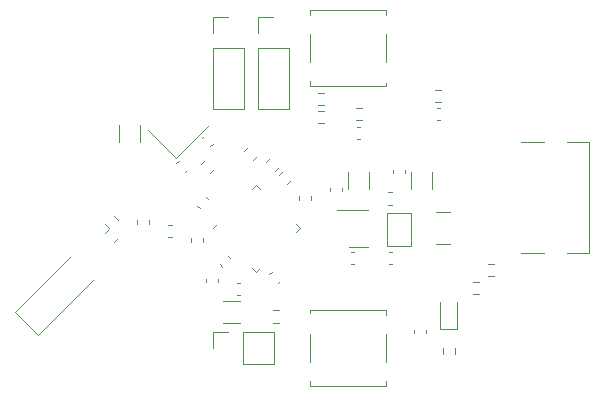
<source format=gbr>
%TF.GenerationSoftware,KiCad,Pcbnew,(6.0.9)*%
%TF.CreationDate,2023-01-31T22:53:35+08:00*%
%TF.ProjectId,ESP32C3_RF_Test,45535033-3243-4335-9f52-465f54657374,rev?*%
%TF.SameCoordinates,Original*%
%TF.FileFunction,Legend,Top*%
%TF.FilePolarity,Positive*%
%FSLAX46Y46*%
G04 Gerber Fmt 4.6, Leading zero omitted, Abs format (unit mm)*
G04 Created by KiCad (PCBNEW (6.0.9)) date 2023-01-31 22:53:35*
%MOMM*%
%LPD*%
G01*
G04 APERTURE LIST*
%ADD10C,0.120000*%
G04 APERTURE END LIST*
D10*
%TO.C,U2*%
X131699000Y-75922000D02*
X129899000Y-75922000D01*
X131699000Y-75922000D02*
X132499000Y-75922000D01*
X131699000Y-79042000D02*
X132499000Y-79042000D01*
X131699000Y-79042000D02*
X130899000Y-79042000D01*
%TO.C,R5*%
X110206770Y-77903303D02*
X110542303Y-77567770D01*
X110945697Y-78642230D02*
X111281230Y-78306697D01*
%TO.C,L3*%
X134528779Y-74469000D02*
X134203221Y-74469000D01*
X134528779Y-75489000D02*
X134203221Y-75489000D01*
%TO.C,J3*%
X151220000Y-79630000D02*
X151220000Y-70230000D01*
X145420000Y-79630000D02*
X147420000Y-79630000D01*
X149320000Y-70230000D02*
X151220000Y-70230000D01*
X145420000Y-70230000D02*
X147420000Y-70230000D01*
X149320000Y-79630000D02*
X151220000Y-79630000D01*
%TO.C,L2*%
X115534221Y-77214000D02*
X115859779Y-77214000D01*
X115534221Y-78234000D02*
X115859779Y-78234000D01*
%TO.C,R2*%
X142637742Y-80503500D02*
X143112258Y-80503500D01*
X142637742Y-81548500D02*
X143112258Y-81548500D01*
%TO.C,F1*%
X138208936Y-78830000D02*
X139413064Y-78830000D01*
X138208936Y-76110000D02*
X139413064Y-76110000D01*
%TO.C,R8*%
X118334770Y-72061303D02*
X118670303Y-71725770D01*
X119073697Y-72800230D02*
X119409230Y-72464697D01*
%TO.C,SW1*%
X127600000Y-90430000D02*
X127600000Y-90840000D01*
X127600000Y-90840000D02*
X134020000Y-90840000D01*
X134020000Y-88830000D02*
X134020000Y-86430000D01*
X127600000Y-86430000D02*
X127600000Y-88830000D01*
X127600000Y-84420000D02*
X127600000Y-84700000D01*
X134020000Y-84420000D02*
X127600000Y-84420000D01*
X134020000Y-84830000D02*
X134020000Y-84420000D01*
X134020000Y-90840000D02*
X134020000Y-90430000D01*
%TO.C,R7*%
X124919090Y-72983983D02*
X125254623Y-72648450D01*
X125658017Y-73722910D02*
X125993550Y-73387377D01*
%TO.C,R3*%
X141367742Y-82027500D02*
X141842258Y-82027500D01*
X141367742Y-83072500D02*
X141842258Y-83072500D01*
%TO.C,C19*%
X131839580Y-68959000D02*
X131558420Y-68959000D01*
X131839580Y-69979000D02*
X131558420Y-69979000D01*
%TO.C,C13*%
X134618000Y-72833580D02*
X134618000Y-72552420D01*
X135638000Y-72833580D02*
X135638000Y-72552420D01*
%TO.C,R1*%
X110206770Y-77163697D02*
X110542303Y-77499230D01*
X110945697Y-76424770D02*
X111281230Y-76760303D01*
%TO.C,C7*%
X120637539Y-79837650D02*
X120836350Y-80036461D01*
X119916290Y-80558899D02*
X120115101Y-80757710D01*
%TO.C,C16*%
X131331580Y-80532000D02*
X131050420Y-80532000D01*
X131331580Y-79512000D02*
X131050420Y-79512000D01*
%TO.C,C10*%
X117173030Y-72524219D02*
X116974219Y-72723030D01*
X116451781Y-71802970D02*
X116252970Y-72001781D01*
%TO.C,Y1*%
X113878060Y-69208487D02*
X116211513Y-71541940D01*
X116211513Y-71541940D02*
X119039940Y-68713513D01*
%TO.C,C8*%
X112901000Y-77102580D02*
X112901000Y-76821420D01*
X113921000Y-77102580D02*
X113921000Y-76821420D01*
%TO.C,D1*%
X138584000Y-86067000D02*
X140054000Y-86067000D01*
X138584000Y-83782000D02*
X138584000Y-86067000D01*
X140054000Y-86067000D02*
X140054000Y-83782000D01*
%TO.C,R11*%
X131461742Y-68340500D02*
X131936258Y-68340500D01*
X131461742Y-67295500D02*
X131936258Y-67295500D01*
%TO.C,C15*%
X130789000Y-74166252D02*
X130789000Y-72743748D01*
X132609000Y-74166252D02*
X132609000Y-72743748D01*
%TO.C,C9*%
X117473000Y-78345420D02*
X117473000Y-78626580D01*
X118493000Y-78345420D02*
X118493000Y-78626580D01*
%TO.C,L1*%
X118743000Y-82077779D02*
X118743000Y-81752221D01*
X119763000Y-82077779D02*
X119763000Y-81752221D01*
%TO.C,U1*%
X126720417Y-77503680D02*
X126384542Y-77167804D01*
X123029320Y-81194777D02*
X122693444Y-80858902D01*
X123029320Y-73812583D02*
X123365196Y-74148458D01*
X126384542Y-77839556D02*
X126720417Y-77503680D01*
X123365196Y-80858902D02*
X123029320Y-81194777D01*
X122693444Y-74148458D02*
X123029320Y-73812583D01*
X119674098Y-77167804D02*
X119338223Y-77503680D01*
%TO.C,C17*%
X134506580Y-79500000D02*
X134225420Y-79500000D01*
X134506580Y-80520000D02*
X134225420Y-80520000D01*
%TO.C,AE2*%
X107348401Y-79831268D02*
X102603715Y-84575955D01*
X102603715Y-84575955D02*
X104527045Y-86499285D01*
X104527045Y-86499285D02*
X109271732Y-81754599D01*
%TO.C,R10*%
X139841500Y-87646742D02*
X139841500Y-88121258D01*
X138796500Y-87646742D02*
X138796500Y-88121258D01*
%TO.C,J4*%
X121920000Y-86300000D02*
X124520000Y-86300000D01*
X121920000Y-88960000D02*
X121920000Y-86300000D01*
X124520000Y-88960000D02*
X124520000Y-86300000D01*
X119320000Y-87630000D02*
X119320000Y-86300000D01*
X121920000Y-88960000D02*
X124520000Y-88960000D01*
X119320000Y-86300000D02*
X120650000Y-86300000D01*
%TO.C,R6*%
X123851453Y-71892620D02*
X124186986Y-71557087D01*
X124590380Y-72631547D02*
X124925913Y-72296014D01*
%TO.C,SW2*%
X127600000Y-59020000D02*
X127600000Y-59430000D01*
X134020000Y-63430000D02*
X134020000Y-61030000D01*
X134020000Y-59020000D02*
X127600000Y-59020000D01*
X127600000Y-65030000D02*
X127600000Y-65440000D01*
X134020000Y-59430000D02*
X134020000Y-59020000D01*
X127600000Y-65440000D02*
X134020000Y-65440000D01*
X134020000Y-65440000D02*
X134020000Y-65160000D01*
X127600000Y-61030000D02*
X127600000Y-63430000D01*
%TO.C,R14*%
X128286742Y-68594500D02*
X128761258Y-68594500D01*
X128286742Y-67549500D02*
X128761258Y-67549500D01*
%TO.C,C18*%
X136396000Y-86373580D02*
X136396000Y-86092420D01*
X137416000Y-86373580D02*
X137416000Y-86092420D01*
%TO.C,C1*%
X113178000Y-70180252D02*
X113178000Y-68757748D01*
X111358000Y-70180252D02*
X111358000Y-68757748D01*
%TO.C,R12*%
X138192742Y-65771500D02*
X138667258Y-65771500D01*
X138192742Y-66816500D02*
X138667258Y-66816500D01*
%TO.C,C11*%
X118411970Y-69842781D02*
X118610781Y-69643970D01*
X119133219Y-70564030D02*
X119332030Y-70365219D01*
%TO.C,C2*%
X126617000Y-75070580D02*
X126617000Y-74789420D01*
X127637000Y-75070580D02*
X127637000Y-74789420D01*
%TO.C,J2*%
X119320000Y-62230000D02*
X119320000Y-67370000D01*
X119320000Y-67370000D02*
X121980000Y-67370000D01*
X119320000Y-62230000D02*
X121980000Y-62230000D01*
X121980000Y-62230000D02*
X121980000Y-67370000D01*
X119320000Y-59630000D02*
X120650000Y-59630000D01*
X119320000Y-60960000D02*
X119320000Y-59630000D01*
%TO.C,R9*%
X124476742Y-84440500D02*
X124951258Y-84440500D01*
X124476742Y-85485500D02*
X124951258Y-85485500D01*
%TO.C,C14*%
X130304000Y-74357580D02*
X130304000Y-74076420D01*
X129284000Y-74357580D02*
X129284000Y-74076420D01*
%TO.C,C12*%
X136123000Y-74166252D02*
X136123000Y-72743748D01*
X137943000Y-74166252D02*
X137943000Y-72743748D01*
%TO.C,C4*%
X118951030Y-75049781D02*
X118752219Y-74850970D01*
X118229781Y-75771030D02*
X118030970Y-75572219D01*
%TO.C,C20*%
X138289420Y-68328000D02*
X138570580Y-68328000D01*
X138289420Y-67308000D02*
X138570580Y-67308000D01*
%TO.C,R13*%
X128286742Y-67070500D02*
X128761258Y-67070500D01*
X128286742Y-66025500D02*
X128761258Y-66025500D01*
%TO.C,C5*%
X121615252Y-85492000D02*
X120192748Y-85492000D01*
X121615252Y-83672000D02*
X120192748Y-83672000D01*
%TO.C,JP1*%
X136128000Y-76197000D02*
X136128000Y-78997000D01*
X136128000Y-78997000D02*
X134128000Y-78997000D01*
X134128000Y-78997000D02*
X134128000Y-76197000D01*
X134128000Y-76197000D02*
X136128000Y-76197000D01*
%TO.C,C3*%
X125047030Y-81922219D02*
X124848219Y-82121030D01*
X124325781Y-81200970D02*
X124126970Y-81399781D01*
%TO.C,C6*%
X121398420Y-83187000D02*
X121679580Y-83187000D01*
X121398420Y-82167000D02*
X121679580Y-82167000D01*
%TO.C,J1*%
X123130000Y-62230000D02*
X123130000Y-67370000D01*
X123130000Y-67370000D02*
X125790000Y-67370000D01*
X125790000Y-62230000D02*
X125790000Y-67370000D01*
X123130000Y-60960000D02*
X123130000Y-59630000D01*
X123130000Y-59630000D02*
X124460000Y-59630000D01*
X123130000Y-62230000D02*
X125790000Y-62230000D01*
%TO.C,R4*%
X122737017Y-71690910D02*
X123072550Y-71355377D01*
X121998090Y-70951983D02*
X122333623Y-70616450D01*
%TD*%
M02*

</source>
